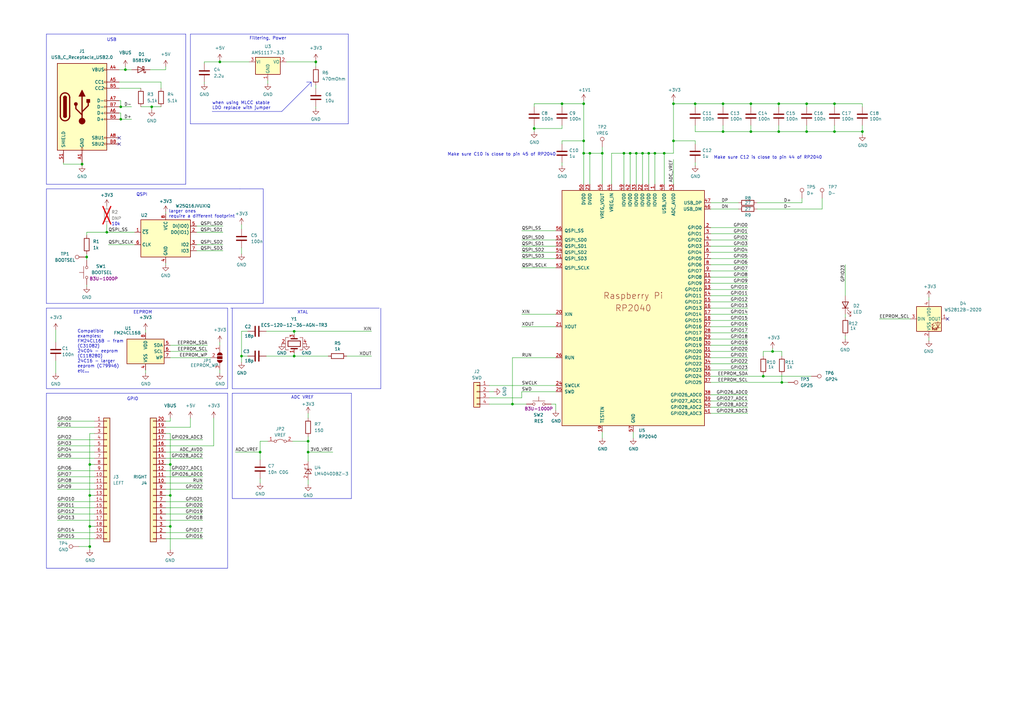
<source format=kicad_sch>
(kicad_sch (version 20231120) (generator "eeschema") (generator_version "8.0")
  (paper "A3")
  (junction (at 239.395 42.545))
  (junction (at 260.985 62.865))
  (junction (at 36.83 203.2))
  (junction (at 62.23 43.815))
  (junction (at 230.505 42.545))
  (junction (at 35.56 105.41))
  (junction (at 69.85 203.2))
  (junction (at 106.68 185.42))
  (junction (at 49.53 43.815))
  (junction (at 43.815 95.25))
  (junction (at 319.405 53.975))
  (junction (at 342.265 53.975))
  (junction (at 36.83 190.5))
  (junction (at 342.265 42.545))
  (junction (at 241.935 62.865))
  (junction (at 90.17 25.4))
  (junction (at 307.975 42.545))
  (junction (at 33.655 67.31))
  (junction (at 69.85 190.5))
  (junction (at 99.06 146.05))
  (junction (at 120.65 135.89))
  (junction (at 320.675 156.845))
  (junction (at 263.525 62.865))
  (junction (at 258.445 62.865))
  (junction (at 126.365 180.975))
  (junction (at 272.415 62.865))
  (junction (at 126.365 185.42))
  (junction (at 319.405 42.545))
  (junction (at 268.605 62.865))
  (junction (at 239.395 57.785))
  (junction (at 296.545 53.975))
  (junction (at 313.055 154.305))
  (junction (at 36.83 215.9))
  (junction (at 36.83 224.155))
  (junction (at 255.905 62.865))
  (junction (at 353.695 53.975))
  (junction (at 276.225 57.785))
  (junction (at 276.225 42.545))
  (junction (at 219.075 52.705))
  (junction (at 51.435 28.575))
  (junction (at 120.65 146.05))
  (junction (at 247.015 62.865))
  (junction (at 307.975 53.975))
  (junction (at 266.065 62.865))
  (junction (at 285.115 42.545))
  (junction (at 296.545 42.545))
  (junction (at 330.835 42.545))
  (junction (at 129.54 25.4))
  (junction (at 69.85 215.9))
  (junction (at 49.53 48.895))
  (junction (at 210.185 165.735))
  (junction (at 239.395 62.865))
  (junction (at 316.865 144.145))
  (junction (at 330.835 53.975))
  (no_connect (at 48.895 59.055))
  (no_connect (at 388.62 130.81))
  (no_connect (at 48.895 56.515))
  (wire (pts (xy 34.925 105.41) (xy 35.56 105.41)))
  (wire (pts (xy 330.835 53.975) (xy 319.405 53.975)))
  (wire (pts (xy 109.22 135.89) (xy 120.65 135.89)))
  (wire (pts (xy 316.865 144.145) (xy 313.055 144.145)))
  (polyline (pts (xy 98.425 77.47) (xy 19.05 77.47)))
  (wire (pts (xy 241.935 75.565) (xy 241.935 62.865)))
  (wire (pts (xy 342.265 51.435) (xy 342.265 53.975)))
  (polyline (pts (xy 19.05 161.29) (xy 19.05 233.045)))
  (polyline (pts (xy 19.05 233.045) (xy 93.345 233.045)))
  (wire (pts (xy 260.985 75.565) (xy 260.985 62.865)))
  (wire (pts (xy 67.945 218.44) (xy 83.185 218.44)))
  (wire (pts (xy 33.655 67.31) (xy 33.655 66.675)))
  (wire (pts (xy 319.405 53.975) (xy 307.975 53.975)))
  (wire (pts (xy 296.545 43.815) (xy 296.545 42.545)))
  (wire (pts (xy 307.975 43.815) (xy 307.975 42.545)))
  (wire (pts (xy 268.605 62.865) (xy 272.415 62.865)))
  (wire (pts (xy 381 139.7) (xy 381 138.43)))
  (wire (pts (xy 227.965 94.615) (xy 213.995 94.615)))
  (wire (pts (xy 36.83 190.5) (xy 36.83 203.2)))
  (wire (pts (xy 210.185 146.685) (xy 210.185 165.735)))
  (polyline (pts (xy 156.21 159.385) (xy 156.21 126.365)))
  (wire (pts (xy 49.53 41.275) (xy 48.895 41.275)))
  (wire (pts (xy 342.265 53.975) (xy 353.695 53.975)))
  (wire (pts (xy 32.385 224.155) (xy 36.83 224.155)))
  (wire (pts (xy 38.735 198.12) (xy 23.495 198.12)))
  (wire (pts (xy 230.505 43.815) (xy 230.505 42.545)))
  (wire (pts (xy 38.735 175.26) (xy 23.495 175.26)))
  (wire (pts (xy 260.985 62.865) (xy 263.525 62.865)))
  (wire (pts (xy 291.465 95.885) (xy 306.705 95.885)))
  (wire (pts (xy 35.56 95.25) (xy 43.815 95.25)))
  (wire (pts (xy 230.505 52.705) (xy 230.505 51.435)))
  (polyline (pts (xy 142.875 50.8) (xy 142.875 13.97)))
  (wire (pts (xy 91.44 95.25) (xy 80.645 95.25)))
  (wire (pts (xy 227.965 160.655) (xy 213.995 160.655)))
  (wire (pts (xy 67.945 200.66) (xy 83.185 200.66)))
  (wire (pts (xy 291.465 98.425) (xy 306.705 98.425)))
  (wire (pts (xy 33.655 67.945) (xy 33.655 67.31)))
  (wire (pts (xy 120.65 144.78) (xy 120.65 146.05)))
  (wire (pts (xy 342.265 42.545) (xy 353.695 42.545)))
  (wire (pts (xy 67.945 180.34) (xy 83.185 180.34)))
  (wire (pts (xy 67.945 185.42) (xy 83.185 185.42)))
  (wire (pts (xy 346.71 130.175) (xy 346.71 128.905)))
  (wire (pts (xy 38.735 213.36) (xy 23.495 213.36)))
  (wire (pts (xy 291.465 133.985) (xy 306.705 133.985)))
  (wire (pts (xy 67.945 205.74) (xy 83.185 205.74)))
  (polyline (pts (xy 95.25 204.47) (xy 144.145 204.47)))
  (wire (pts (xy 90.17 140.335) (xy 90.17 141.605)))
  (wire (pts (xy 38.735 200.66) (xy 23.495 200.66)))
  (wire (pts (xy 346.71 121.285) (xy 346.71 108.585)))
  (wire (pts (xy 59.69 135.255) (xy 59.69 136.525)))
  (wire (pts (xy 346.71 139.065) (xy 346.71 137.795)))
  (polyline (pts (xy 19.05 75.565) (xy 76.2 75.565)))
  (wire (pts (xy 230.505 42.545) (xy 239.395 42.545)))
  (wire (pts (xy 96.52 185.42) (xy 106.68 185.42)))
  (wire (pts (xy 90.17 24.765) (xy 90.17 25.4)))
  (wire (pts (xy 213.995 98.425) (xy 227.965 98.425)))
  (wire (pts (xy 67.945 175.26) (xy 78.105 175.26)))
  (wire (pts (xy 291.465 169.545) (xy 306.705 169.545)))
  (wire (pts (xy 291.465 156.845) (xy 320.675 156.845)))
  (wire (pts (xy 213.995 163.195) (xy 213.995 160.655)))
  (wire (pts (xy 319.405 51.435) (xy 319.405 53.975)))
  (wire (pts (xy 296.545 42.545) (xy 307.975 42.545)))
  (wire (pts (xy 291.465 93.345) (xy 306.705 93.345)))
  (wire (pts (xy 67.945 28.575) (xy 61.595 28.575)))
  (wire (pts (xy 353.695 42.545) (xy 353.695 43.815)))
  (wire (pts (xy 316.865 144.145) (xy 320.675 144.145)))
  (polyline (pts (xy 19.05 159.385) (xy 93.345 159.385)))
  (polyline (pts (xy 78.105 13.97) (xy 78.105 50.8)))
  (wire (pts (xy 99.06 104.14) (xy 99.06 101.6)))
  (wire (pts (xy 200.66 165.735) (xy 210.185 165.735)))
  (wire (pts (xy 83.82 33.655) (xy 83.82 34.29)))
  (wire (pts (xy 91.44 102.87) (xy 80.645 102.87)))
  (wire (pts (xy 91.44 92.71) (xy 80.645 92.71)))
  (polyline (pts (xy 86.995 45.72) (xy 115.57 45.72)))
  (wire (pts (xy 296.545 53.975) (xy 285.115 53.975)))
  (wire (pts (xy 67.945 203.2) (xy 69.85 203.2)))
  (wire (pts (xy 83.82 25.4) (xy 90.17 25.4)))
  (wire (pts (xy 219.075 52.705) (xy 219.075 53.975)))
  (wire (pts (xy 272.415 62.865) (xy 276.225 62.865)))
  (polyline (pts (xy 115.57 45.72) (xy 127.635 33.655)))
  (wire (pts (xy 35.56 95.25) (xy 35.56 96.52)))
  (wire (pts (xy 247.015 75.565) (xy 247.015 62.865)))
  (wire (pts (xy 120.015 180.975) (xy 126.365 180.975)))
  (wire (pts (xy 67.945 210.82) (xy 83.185 210.82)))
  (wire (pts (xy 320.675 144.145) (xy 320.675 146.05)))
  (wire (pts (xy 48.895 36.195) (xy 57.785 36.195)))
  (polyline (pts (xy 155.575 126.365) (xy 94.615 126.365)))
  (polyline (pts (xy 19.05 77.47) (xy 19.05 124.46)))
  (wire (pts (xy 120.65 135.89) (xy 120.65 137.16)))
  (wire (pts (xy 247.015 177.165) (xy 247.015 179.705)))
  (wire (pts (xy 285.115 42.545) (xy 296.545 42.545)))
  (wire (pts (xy 67.945 208.28) (xy 83.185 208.28)))
  (wire (pts (xy 67.945 195.58) (xy 83.185 195.58)))
  (wire (pts (xy 291.465 123.825) (xy 306.705 123.825)))
  (wire (pts (xy 276.225 65.405) (xy 276.225 75.565)))
  (wire (pts (xy 126.365 185.42) (xy 126.365 189.23)))
  (wire (pts (xy 200.66 163.195) (xy 213.995 163.195)))
  (wire (pts (xy 226.06 165.735) (xy 227.965 165.735)))
  (wire (pts (xy 285.115 43.815) (xy 285.115 42.545)))
  (wire (pts (xy 99.06 146.05) (xy 99.06 148.59)))
  (wire (pts (xy 276.225 41.275) (xy 276.225 42.545)))
  (polyline (pts (xy 93.345 126.365) (xy 19.05 126.365)))
  (wire (pts (xy 353.695 53.975) (xy 353.695 55.245)))
  (wire (pts (xy 67.945 213.36) (xy 83.185 213.36)))
  (wire (pts (xy 213.995 128.905) (xy 227.965 128.905)))
  (wire (pts (xy 291.465 85.725) (xy 302.895 85.725)))
  (wire (pts (xy 83.82 25.4) (xy 83.82 26.035)))
  (polyline (pts (xy 98.425 77.47) (xy 107.95 77.47)))
  (wire (pts (xy 126.365 169.545) (xy 126.365 171.45)))
  (wire (pts (xy 69.85 177.8) (xy 69.85 190.5)))
  (wire (pts (xy 291.465 136.525) (xy 306.705 136.525)))
  (wire (pts (xy 230.505 66.675) (xy 230.505 67.945)))
  (wire (pts (xy 258.445 62.865) (xy 260.985 62.865)))
  (wire (pts (xy 49.53 41.275) (xy 49.53 43.815)))
  (polyline (pts (xy 78.105 50.8) (xy 142.875 50.8)))
  (wire (pts (xy 126.365 198.755) (xy 126.365 196.85)))
  (wire (pts (xy 126.365 185.42) (xy 136.525 185.42)))
  (wire (pts (xy 250.825 62.865) (xy 255.905 62.865)))
  (wire (pts (xy 291.465 108.585) (xy 306.705 108.585)))
  (wire (pts (xy 67.945 187.96) (xy 83.185 187.96)))
  (wire (pts (xy 342.265 43.815) (xy 342.265 42.545)))
  (wire (pts (xy 106.68 185.42) (xy 106.68 188.595)))
  (wire (pts (xy 69.85 144.145) (xy 85.09 144.145)))
  (wire (pts (xy 38.735 220.98) (xy 23.495 220.98)))
  (wire (pts (xy 307.975 51.435) (xy 307.975 53.975)))
  (polyline (pts (xy 19.05 126.365) (xy 19.05 159.385)))
  (wire (pts (xy 219.075 52.705) (xy 230.505 52.705)))
  (wire (pts (xy 67.945 215.9) (xy 69.85 215.9)))
  (wire (pts (xy 99.06 135.89) (xy 99.06 146.05)))
  (wire (pts (xy 276.225 57.785) (xy 276.225 62.865)))
  (polyline (pts (xy 144.145 161.29) (xy 95.25 161.29)))
  (wire (pts (xy 38.735 190.5) (xy 36.83 190.5)))
  (polyline (pts (xy 19.05 13.97) (xy 19.05 75.565)))
  (wire (pts (xy 69.85 203.2) (xy 69.85 215.9)))
  (wire (pts (xy 291.465 111.125) (xy 306.705 111.125)))
  (wire (pts (xy 78.105 175.26) (xy 78.105 171.45)))
  (wire (pts (xy 285.115 66.675) (xy 285.115 67.945)))
  (wire (pts (xy 38.735 205.74) (xy 23.495 205.74)))
  (wire (pts (xy 129.54 34.925) (xy 129.54 36.195)))
  (wire (pts (xy 247.015 62.865) (xy 241.935 62.865)))
  (wire (pts (xy 291.465 103.505) (xy 306.705 103.505)))
  (wire (pts (xy 49.53 43.815) (xy 48.895 43.815)))
  (wire (pts (xy 227.965 109.855) (xy 213.995 109.855)))
  (wire (pts (xy 266.065 75.565) (xy 266.065 62.865)))
  (wire (pts (xy 69.85 215.9) (xy 69.85 225.425)))
  (wire (pts (xy 263.525 62.865) (xy 266.065 62.865)))
  (wire (pts (xy 38.735 193.04) (xy 23.495 193.04)))
  (wire (pts (xy 49.53 46.355) (xy 49.53 48.895)))
  (wire (pts (xy 210.185 165.735) (xy 215.9 165.735)))
  (wire (pts (xy 291.465 149.225) (xy 306.705 149.225)))
  (wire (pts (xy 69.85 172.72) (xy 69.85 171.45)))
  (wire (pts (xy 43.815 95.25) (xy 55.245 95.25)))
  (wire (pts (xy 99.06 92.075) (xy 99.06 93.98)))
  (wire (pts (xy 142.24 146.05) (xy 152.4 146.05)))
  (wire (pts (xy 126.365 180.975) (xy 126.365 185.42)))
  (wire (pts (xy 291.465 100.965) (xy 306.705 100.965)))
  (wire (pts (xy 291.465 164.465) (xy 306.705 164.465)))
  (wire (pts (xy 38.735 218.44) (xy 23.495 218.44)))
  (wire (pts (xy 259.715 177.165) (xy 259.715 179.705)))
  (wire (pts (xy 38.735 203.2) (xy 36.83 203.2)))
  (wire (pts (xy 91.44 100.33) (xy 80.645 100.33)))
  (wire (pts (xy 22.86 135.255) (xy 22.86 140.335)))
  (wire (pts (xy 276.225 42.545) (xy 276.225 57.785)))
  (wire (pts (xy 129.54 43.815) (xy 129.54 44.45)))
  (wire (pts (xy 35.56 106.68) (xy 35.56 105.41)))
  (wire (pts (xy 291.465 167.005) (xy 306.705 167.005)))
  (wire (pts (xy 291.465 144.145) (xy 306.705 144.145)))
  (wire (pts (xy 313.055 154.305) (xy 313.055 153.67)))
  (wire (pts (xy 291.465 116.205) (xy 306.705 116.205)))
  (wire (pts (xy 291.465 146.685) (xy 306.705 146.685)))
  (wire (pts (xy 381 121.92) (xy 381 123.19)))
  (wire (pts (xy 51.435 28.575) (xy 53.975 28.575)))
  (wire (pts (xy 202.565 160.655) (xy 200.66 160.655)))
  (wire (pts (xy 129.54 24.765) (xy 129.54 25.4)))
  (wire (pts (xy 319.405 43.815) (xy 319.405 42.545)))
  (wire (pts (xy 291.465 121.285) (xy 306.705 121.285)))
  (polyline (pts (xy 144.145 204.47) (xy 144.145 161.29)))
  (wire (pts (xy 213.995 106.045) (xy 227.965 106.045)))
  (wire (pts (xy 69.85 190.5) (xy 69.85 203.2)))
  (wire (pts (xy 313.055 154.305) (xy 332.74 154.305)))
  (wire (pts (xy 291.465 141.605) (xy 306.705 141.605)))
  (wire (pts (xy 90.17 153.035) (xy 90.17 151.765)))
  (polyline (pts (xy 93.345 233.045) (xy 93.345 161.29)))
  (wire (pts (xy 330.835 42.545) (xy 342.265 42.545)))
  (wire (pts (xy 67.945 182.88) (xy 87.63 182.88)))
  (wire (pts (xy 319.405 42.545) (xy 330.835 42.545)))
  (wire (pts (xy 69.85 141.605) (xy 85.09 141.605)))
  (wire (pts (xy 59.69 153.035) (xy 59.69 151.765)))
  (wire (pts (xy 43.815 92.075) (xy 43.815 95.25)))
  (wire (pts (xy 328.93 81.28) (xy 328.93 83.185)))
  (wire (pts (xy 296.545 51.435) (xy 296.545 53.975)))
  (wire (pts (xy 69.85 146.685) (xy 86.36 146.685)))
  (polyline (pts (xy 142.875 13.97) (xy 78.105 13.97)))
  (wire (pts (xy 48.895 33.655) (xy 66.04 33.655)))
  (wire (pts (xy 263.525 75.565) (xy 263.525 62.865)))
  (polyline (pts (xy 93.345 159.385) (xy 93.345 126.365)))
  (wire (pts (xy 62.23 43.815) (xy 66.04 43.815)))
  (wire (pts (xy 250.825 75.565) (xy 250.825 62.865)))
  (wire (pts (xy 117.475 25.4) (xy 129.54 25.4)))
  (wire (pts (xy 67.945 108.585) (xy 67.945 107.95)))
  (wire (pts (xy 291.465 151.765) (xy 306.705 151.765)))
  (wire (pts (xy 126.365 179.07) (xy 126.365 180.975)))
  (wire (pts (xy 67.945 198.12) (xy 83.185 198.12)))
  (wire (pts (xy 66.04 36.195) (xy 66.04 33.655)))
  (wire (pts (xy 230.505 57.785) (xy 239.395 57.785)))
  (wire (pts (xy 213.995 103.505) (xy 227.965 103.505)))
  (wire (pts (xy 373.38 130.81) (xy 360.68 130.81)))
  (wire (pts (xy 247.015 60.325) (xy 247.015 62.865)))
  (wire (pts (xy 316.865 142.875) (xy 316.865 144.145)))
  (wire (pts (xy 330.835 51.435) (xy 330.835 53.975)))
  (wire (pts (xy 285.115 59.055) (xy 285.115 57.785)))
  (polyline (pts (xy 19.05 124.46) (xy 107.95 124.46)))
  (wire (pts (xy 67.945 86.995) (xy 67.945 87.63)))
  (polyline (pts (xy 125.73 33.655) (xy 127.635 33.655)))
  (wire (pts (xy 272.415 75.565) (xy 272.415 62.865)))
  (polyline (pts (xy 93.345 161.29) (xy 19.05 161.29)))
  (wire (pts (xy 35.56 117.475) (xy 35.56 116.84)))
  (wire (pts (xy 313.055 144.145) (xy 313.055 146.05)))
  (wire (pts (xy 291.465 131.445) (xy 306.705 131.445)))
  (wire (pts (xy 227.965 133.985) (xy 213.995 133.985)))
  (wire (pts (xy 353.695 51.435) (xy 353.695 53.975)))
  (wire (pts (xy 210.185 146.685) (xy 227.965 146.685)))
  (wire (pts (xy 276.225 57.785) (xy 285.115 57.785)))
  (wire (pts (xy 67.945 172.72) (xy 69.85 172.72)))
  (wire (pts (xy 219.075 43.815) (xy 219.075 42.545)))
  (wire (pts (xy 200.66 158.115) (xy 227.965 158.115)))
  (wire (pts (xy 49.53 48.895) (xy 53.975 48.895)))
  (wire (pts (xy 49.53 46.355) (xy 48.895 46.355)))
  (wire (pts (xy 36.83 203.2) (xy 36.83 215.9)))
  (wire (pts (xy 342.265 53.975) (xy 330.835 53.975)))
  (wire (pts (xy 38.735 177.8) (xy 36.83 177.8)))
  (wire (pts (xy 48.895 28.575) (xy 51.435 28.575)))
  (wire (pts (xy 241.935 62.865) (xy 239.395 62.865)))
  (wire (pts (xy 36.83 224.155) (xy 36.83 225.425)))
  (wire (pts (xy 106.68 180.975) (xy 106.68 185.42)))
  (wire (pts (xy 51.435 27.305) (xy 51.435 28.575)))
  (wire (pts (xy 35.56 105.41) (xy 35.56 104.14)))
  (wire (pts (xy 106.68 198.12) (xy 106.68 196.215)))
  (polyline (pts (xy 107.95 124.46) (xy 107.95 77.47)))
  (wire (pts (xy 230.505 59.055) (xy 230.505 57.785)))
  (wire (pts (xy 255.905 75.565) (xy 255.905 62.865)))
  (wire (pts (xy 67.945 177.8) (xy 69.85 177.8)))
  (wire (pts (xy 120.65 146.05) (xy 134.62 146.05)))
  (wire (pts (xy 49.53 48.895) (xy 48.895 48.895)))
  (wire (pts (xy 213.995 100.965) (xy 227.965 100.965)))
  (wire (pts (xy 268.605 62.865) (xy 268.605 75.565)))
  (wire (pts (xy 291.465 139.065) (xy 306.705 139.065)))
  (wire (pts (xy 337.185 81.28) (xy 337.185 85.725)))
  (wire (pts (xy 26.035 66.675) (xy 26.035 67.31)))
  (wire (pts (xy 109.855 33.02) (xy 109.855 34.29)))
  (wire (pts (xy 258.445 75.565) (xy 258.445 62.865)))
  (wire (pts (xy 38.735 182.88) (xy 23.495 182.88)))
  (wire (pts (xy 67.945 190.5) (xy 69.85 190.5)))
  (wire (pts (xy 38.735 185.42) (xy 23.495 185.42)))
  (wire (pts (xy 38.735 215.9) (xy 36.83 215.9)))
  (wire (pts (xy 67.945 220.98) (xy 83.185 220.98)))
  (wire (pts (xy 38.735 210.82) (xy 23.495 210.82)))
  (wire (pts (xy 22.86 153.035) (xy 22.86 147.955)))
  (wire (pts (xy 291.465 126.365) (xy 306.705 126.365)))
  (wire (pts (xy 330.835 43.815) (xy 330.835 42.545)))
  (wire (pts (xy 101.6 135.89) (xy 99.06 135.89)))
  (polyline (pts (xy 127.635 33.655) (xy 127.635 35.56)))
  (wire (pts (xy 38.735 208.28) (xy 23.495 208.28)))
  (wire (pts (xy 38.735 180.34) (xy 23.495 180.34)))
  (wire (pts (xy 255.905 62.865) (xy 258.445 62.865)))
  (wire (pts (xy 291.465 113.665) (xy 306.705 113.665)))
  (wire (pts (xy 239.395 57.785) (xy 239.395 62.865)))
  (wire (pts (xy 129.54 25.4) (xy 129.54 27.305)))
  (wire (pts (xy 87.63 182.88) (xy 87.63 171.45)))
  (wire (pts (xy 307.975 53.975) (xy 296.545 53.975)))
  (wire (pts (xy 67.945 193.04) (xy 83.185 193.04)))
  (wire (pts (xy 291.465 154.305) (xy 313.055 154.305)))
  (wire (pts (xy 38.735 195.58) (xy 23.495 195.58)))
  (wire (pts (xy 49.53 43.815) (xy 53.975 43.815)))
  (wire (pts (xy 219.075 42.545) (xy 230.505 42.545)))
  (wire (pts (xy 291.465 106.045) (xy 306.705 106.045)))
  (wire (pts (xy 109.22 146.05) (xy 120.65 146.05)))
  (wire (pts (xy 219.075 51.435) (xy 219.075 52.705)))
  (wire (pts (xy 38.735 172.72) (xy 23.495 172.72)))
  (wire (pts (xy 285.115 51.435) (xy 285.115 53.975)))
  (wire (pts (xy 291.465 161.925) (xy 306.705 161.925)))
  (wire (pts (xy 291.465 118.745) (xy 306.705 118.745)))
  (wire (pts (xy 44.45 100.33) (xy 55.245 100.33)))
  (wire (pts (xy 36.83 215.9) (xy 36.83 224.155)))
  (wire (pts (xy 120.65 135.89) (xy 152.4 135.89)))
  (wire (pts (xy 26.035 67.31) (xy 33.655 67.31)))
  (wire (pts (xy 90.17 25.4) (xy 102.235 25.4)))
  (wire (pts (xy 101.6 146.05) (xy 99.06 146.05)))
  (wire (pts (xy 62.23 45.085) (xy 62.23 43.815)))
  (polyline (pts (xy 95.25 126.365) (xy 95.25 159.385)))
  (wire (pts (xy 239.395 41.275) (xy 239.395 42.545)))
  (wire (pts (xy 276.225 42.545) (xy 285.115 42.545)))
  (polyline (pts (xy 95.25 159.385) (xy 156.21 159.385)))
  (wire (pts (xy 38.735 187.96) (xy 23.495 187.96)))
  (wire (pts (xy 239.395 42.545) (xy 239.395 57.785)))
  (polyline (pts (xy 76.2 75.565) (xy 76.2 13.97)))
  (wire (pts (xy 310.515 85.725) (xy 337.185 85.725)))
  (wire (pts (xy 36.83 177.8) (xy 36.83 190.5)))
  (wire (pts (xy 291.465 128.905) (xy 306.705 128.905)))
  (wire (pts (xy 106.68 180.975) (xy 109.855 180.975)))
  (wire (pts (xy 310.515 83.185) (xy 328.93 83.185)))
  (wire (pts (xy 239.395 62.865) (xy 239.395 75.565)))
  (wire (pts (xy 307.975 42.545) (xy 319.405 42.545)))
  (wire (pts (xy 57.785 43.815) (xy 62.23 43.815)))
  (polyline (pts (xy 95.25 161.29) (xy 95.25 204.47)))
  (wire (pts (xy 320.675 156.845) (xy 323.215 156.845)))
  (wire (pts (xy 291.465 83.185) (xy 302.895 83.185)))
  (wire (pts (xy 266.065 62.865) (xy 268.605 62.865)))
  (wire (pts (xy 320.675 156.845) (xy 320.675 153.67)))
  (wire (pts (xy 227.965 165.735) (xy 227.965 168.275)))
  (wire (pts (xy 67.945 27.305) (xy 67.945 28.575)))
  (polyline (pts (xy 76.2 13.97) (xy 19.05 13.97)))
  (text "Filtering, Power" (at 102.235 16.51 0) (effects (font (size 1.27 1.27)) (justify left bottom)))
  (text "ADC VREF" (at 119.38 163.83 0) (effects (font (size 1.27 1.27)) (justify left bottom)))
  (text "USB" (at 43.815 17.145 0) (effects (font (size 1.27 1.27)) (justify left bottom)))
  (text "when using MLCC stable\nLDO replace with jumper" (at 86.995 45.085 0) (effects (font (size 1.27 1.27)) (justify left bottom)))
  (text "Compatible\nexamples:\nFM24CL16B - fram\n(C31082)\n24C04 - eeprom\n(C118280)\n24C16 - larger\neeprom (C79946)\netc..." (at 31.75 153.035 0) (effects (font (size 1.27 1.27)) (justify left bottom)))
  (text "Make sure C12 is close to pin 44 of RP2040" (at 292.735 65.405 0) (effects (font (size 1.27 1.27)) (justify left bottom)))
  (text "GPIO" (at 52.07 164.465 0) (effects (font (size 1.27 1.27)) (justify left bottom)))
  (text "Make sure C10 is close to pin 45 of RP2040" (at 183.515 64.135 0) (effects (font (size 1.27 1.27)) (justify left bottom)))
  (text "10k" (at 45.72 92.71 0) (effects (font (size 1.27 1.27)) (justify left bottom)))
  (text "EEPROM" (at 54.61 128.905 0) (effects (font (size 1.27 1.27)) (justify left bottom)))
  (text "larger ones\nrequire a different footprint" (at 69.215 89.535 0) (effects (font (size 1.27 1.27)) (justify left bottom)))
  (text "XTAL" (at 121.92 128.905 0) (effects (font (size 1.27 1.27)) (justify left bottom)))
  (text "QSPI" (at 55.88 80.645 0) (effects (font (size 1.27 1.27)) (justify left bottom)))
  (label "GPIO26_ADC0" (at 83.185 195.58 180))
  (label "GPIO6" (at 306.705 108.585 180))
  (label "GPIO23" (at 306.705 151.765 180))
  (label "GPIO0" (at 23.495 172.72 0))
  (label "GPIO27_ADC1" (at 83.185 193.04 180))
  (label "GPIO27_ADC1" (at 306.705 164.465 180))
  (label "GPIO2" (at 23.495 180.34 0))
  (label "GPIO16" (at 306.705 133.985 180))
  (label "QSPI_SD0" (at 91.44 92.71 180))
  (label "DN" (at 295.91 85.725 0) (property "Netclass" "diif_usb" (effects (hide yes))))
  (label "GPIO21" (at 306.705 146.685 180))
  (label "GPIO9" (at 306.705 116.205 180))
  (label "3V0_VREF" (at 136.525 185.42 180))
  (label "GPIO9" (at 23.495 200.66 0))
  (label "GPIO20" (at 83.185 208.28 180))
  (label "GPIO18" (at 306.705 139.065 180))
  (label "EEPROM_SDA" (at 306.705 154.305 180))
  (label "QSPI_SCLK" (at 44.45 100.33 0))
  (label "GPIO1" (at 306.705 95.885 180))
  (label "XOUT" (at 152.4 146.05 180))
  (label "GPIO7" (at 23.495 195.58 0))
  (label "GPIO6" (at 23.495 193.04 0))
  (label "QSPI_SD2" (at 91.44 100.33 180))
  (label "QSPI_SD1" (at 91.44 95.25 180))
  (label "QSPI_SD1" (at 213.995 100.965 0))
  (label "GPIO11" (at 23.495 208.28 0))
  (label "ADC_AVDD" (at 83.185 185.42 180))
  (label "GPIO2" (at 306.705 98.425 180))
  (label "GPIO0" (at 306.705 93.345 180))
  (label "GPIO17" (at 83.185 218.44 180))
  (label "EEPROM_SDA" (at 85.09 141.605 180))
  (label "GPIO26_ADC0" (at 306.705 161.925 180))
  (label "GPIO4" (at 306.705 103.505 180))
  (label "GPIO3" (at 23.495 182.88 0))
  (label "XIN" (at 152.4 135.89 180))
  (label "GPIO14" (at 23.495 218.44 0))
  (label "GPIO23" (at 346.71 108.585 270))
  (label "GPIO22" (at 306.705 149.225 180))
  (label "GPIO15" (at 306.705 131.445 180))
  (label "GPIO4" (at 23.495 185.42 0))
  (label "GPIO29_ADC3" (at 83.185 180.34 180))
  (label "GPIO5" (at 23.495 187.96 0))
  (label "QSPI_SS" (at 213.995 94.615 0))
  (label "GPIO8" (at 23.495 198.12 0))
  (label "D+" (at 53.975 48.895 180) (property "Netclass" "diif_usb" (effects (hide yes))))
  (label "EEPROM_SCL" (at 360.68 130.81 0))
  (label "QSPI_SD2" (at 213.995 103.505 0))
  (label "DP" (at 295.91 83.185 0) (property "Netclass" "diif_usb" (effects (hide yes))))
  (label "D-" (at 53.975 43.815 180) (property "Netclass" "diif_usb" (effects (hide yes))))
  (label "GPIO10" (at 306.705 118.745 180))
  (label "GPIO21" (at 83.185 205.74 180))
  (label "GPIO13" (at 306.705 126.365 180))
  (label "GPIO11" (at 306.705 121.285 180))
  (label "RUN" (at 83.185 198.12 180))
  (label "QSPI_SD0" (at 213.995 98.425 0))
  (label "GPIO16" (at 83.185 220.98 180))
  (label "QSPI_SD3" (at 91.44 102.87 180))
  (label "GPIO18" (at 83.185 213.36 180))
  (label "QSPI_SD3" (at 213.995 106.045 0))
  (label "XIN" (at 213.995 128.905 0))
  (label "GPIO15" (at 23.495 220.98 0))
  (label "GPIO1" (at 23.495 175.26 0))
  (label "XOUT" (at 213.995 133.985 0))
  (label "ADC_VREF" (at 276.225 65.405 270))
  (label "EEPROM_SCL" (at 85.09 144.145 180))
  (label "GPIO17" (at 306.705 136.525 180))
  (label "GPIO19" (at 306.705 141.605 180))
  (label "GPIO29_ADC3" (at 306.705 169.545 180))
  (label "SWCLK" (at 213.995 158.115 0))
  (label "GPIO3" (at 306.705 100.965 180))
  (label "EEPROM_WP" (at 85.09 146.685 180))
  (label "GPIO28_ADC2" (at 83.185 187.96 180))
  (label "GPIO20" (at 306.705 144.145 180))
  (label "D-" (at 324.485 85.725 180))
  (label "QSPI_SS" (at 44.45 95.25 0))
  (label "ADC_VREF" (at 96.52 185.42 0))
  (label "GPIO22" (at 83.185 200.66 180))
  (label "RUN" (at 213.995 146.685 0))
  (label "D+" (at 324.485 83.185 180))
  (label "GPIO12" (at 23.495 210.82 0))
  (label "GPIO8" (at 306.705 113.665 180))
  (label "GPIO12" (at 306.705 123.825 180))
  (label "QSPI_SCLK" (at 213.995 109.855 0))
  (label "EEPROM_SCL" (at 306.705 156.845 180))
  (label "GPIO28_ADC2" (at 306.705 167.005 180))
  (label "GPIO5" (at 306.705 106.045 180))
  (label "SWD" (at 213.995 160.655 0))
  (label "GPIO14" (at 306.705 128.905 180))
  (label "GPIO10" (at 23.495 205.74 0))
  (label "GPIO19" (at 83.185 210.82 180))
  (label "GPIO13" (at 23.495 213.36 0))
  (label "GPIO7" (at 306.705 111.125 180))
  (symbol (lib_id "Device:C") (at 330.835 47.625 0) (unit 1)
    (property "Reference" "C16" (at 333.756 46.4566 0) (effects (justify left)))
    (property "Value" "100n" (at 333.756 48.768 0) (effects (justify left)))
    (property "Footprint" "Capacitor_SMD:C_0402_1005Metric" (effects (hide yes)))
    (property "LCSC" "C77020" (effects (hide yes)))
    (property "P/N" "GRM155R71H104KE14D" (effects (hide yes)))
  )
  (symbol (lib_id "Device:C") (at 129.54 40.005 0) (mirror y) (unit 1)
    (property "Reference" "C6" (at 133.35 38.7349 0) (effects (justify right)))
    (property "Value" "10u" (at 133.35 41.2749 0) (effects (justify right)))
    (property "Footprint" "Capacitor_SMD:C_0805_2012Metric_Pad1.18x1.45mm_HandSolder" (effects (hide yes)))
    (property "LCSC" "C162422" (effects (hide yes)))
    (property "P/N" "GRM21BR6YA106KE43L" (effects (hide yes)))
  )
  (symbol (lib_id "Connector:TestPoint") (at 332.74 154.305 270) (unit 1)
    (property "Reference" "TP6" (at 338.455 153.035 90) (effects (justify left)))
    (property "Value" "GP24" (at 338.455 155.575 90) (effects (justify left)))
    (property "Footprint" "TestPoint:TestPoint_Pad_1.5x1.5mm" (effects (hide yes)))
  )
  (symbol (lib_id "power:GND") (at 202.565 160.655 90) (unit 1)
    (property "Reference" "#PWR028" (effects (hide yes)))
    (property "Value" "GND" (at 206.9592 160.528 0))
  )
  (symbol (lib_id "power:+5V") (at 67.945 27.305 0) (unit 1)
    (property "Reference" "#PWR017" (effects (hide yes)))
    (property "Value" "+5V" (at 67.945 22.225 0))
  )
  (symbol (lib_id "power:+3V3") (at 22.86 135.255 0) (unit 1)
    (property "Reference" "#PWR03" (effects (hide yes)))
    (property "Value" "+3V3" (at 22.86 130.175 0))
  )
  (symbol (lib_id "Device:C") (at 285.115 47.625 0) (unit 1)
    (property "Reference" "C11" (at 288.036 46.4566 0) (effects (justify left)))
    (property "Value" "100n" (at 288.036 48.768 0) (effects (justify left)))
    (property "Footprint" "Capacitor_SMD:C_0402_1005Metric" (effects (hide yes)))
    (property "LCSC" "C77020" (effects (hide yes)))
    (property "P/N" "GRM155R71H104KE14D" (effects (hide yes)))
  )
  (symbol (lib_id "power:GND") (at 83.82 34.29 0) (unit 1)
    (property "Reference" "#PWR011" (effects (hide yes)))
    (property "Value" "GND" (at 83.82 38.735 0))
  )
  (symbol (lib_id "Device:LED") (at 346.71 125.095 90) (unit 1)
    (property "Reference" "D2" (at 349.885 125.4125 90) (effects (justify right)))
    (property "Value" "LED" (at 349.885 127.9525 90) (effects (justify right)))
    (property "Footprint" "LED_SMD:LED_0603_1608Metric_Pad1.05x0.95mm_HandSolder" (effects (hide yes)))
    (property "LCSC" "C434425" (effects (hide yes)))
    (property "P/N" "SZYY0603O" (effects (hide yes)))
  )
  (symbol (lib_id "power:GND") (at 126.365 198.755 0) (unit 1)
    (property "Reference" "#PWR027" (effects (hide yes)))
    (property "Value" "GND" (at 126.365 203.2 0))
  )
  (symbol (lib_id "Connector:TestPoint") (at 337.185 81.28 0) (unit 1)
    (property "Reference" "TP7" (at 339.725 76.708 0) (effects (justify left)))
    (property "Value" "D-" (at 339.725 79.248 0) (effects (justify left)))
    (property "Footprint" "TestPoint:TestPoint_Pad_1.5x1.5mm" (effects (hide yes)))
  )
  (symbol (lib_id "power:GND") (at 346.71 139.065 0) (mirror y) (unit 1)
    (property "Reference" "#PWR039" (effects (hide yes)))
    (property "Value" "GND" (at 346.583 143.4592 0))
  )
  (symbol (lib_id "power:+5V") (at 78.105 171.45 0) (unit 1)
    (property "Reference" "#PWR044" (effects (hide yes)))
    (property "Value" "+5V" (at 78.105 166.37 0))
  )
  (symbol (lib_id "power:+3V3") (at 90.17 140.335 0) (unit 1)
    (property "Reference" "#PWR021" (effects (hide yes)))
    (property "Value" "+3V3" (at 90.17 135.255 0))
  )
  (symbol (lib_id "power:+3V3") (at 126.365 169.545 0) (unit 1)
    (property "Reference" "#PWR026" (effects (hide yes)))
    (property "Value" "+3V3" (at 126.365 165.735 0))
  )
  (symbol (lib_id "power:GND") (at 129.54 44.45 0) (unit 1)
    (property "Reference" "#PWR024" (effects (hide yes)))
    (property "Value" "GND" (at 129.54 48.895 0))
  )
  (symbol (lib_id "Device:Crystal_GND24") (at 120.65 140.97 90) (unit 1)
    (property "Reference" "Y1" (at 120.65 130.81 90))
    (property "Value" "ECS-120-12-36-AGN-TR3" (at 120.65 133.35 90))
    (property "Footprint" "Crystal:Crystal_SMD_2520-4Pin_2.5x2.0mm" (effects (hide yes)))
    (property "LCSC" "C284155" (effects (hide yes)))
    (property "P/N" "TXM12M0004252FBCEO00T" (effects (hide yes)))
  )
  (symbol (lib_id "Device:C") (at 307.975 47.625 0) (unit 1)
    (property "Reference" "C14" (at 310.896 46.4566 0) (effects (justify left)))
    (property "Value" "100n" (at 310.896 48.768 0) (effects (justify left)))
    (property "Footprint" "Capacitor_SMD:C_0402_1005Metric" (effects (hide yes)))
    (property "LCSC" "C77020" (effects (hide yes)))
    (property "P/N" "GRM155R71H104KE14D" (effects (hide yes)))
  )
  (symbol (lib_id "Device:C") (at 319.405 47.625 0) (unit 1)
    (property "Reference" "C15" (at 322.326 46.4566 0) (effects (justify left)))
    (property "Value" "100n" (at 322.326 48.768 0) (effects (justify left)))
    (property "Footprint" "Capacitor_SMD:C_0402_1005Metric" (effects (hide yes)))
    (property "LCSC" "C77020" (effects (hide yes)))
    (property "P/N" "GRM155R71H104KE14D" (effects (hide yes)))
  )
  (symbol (lib_id "power:GND") (at 69.85 225.425 0) (mirror y) (unit 1)
    (property "Reference" "#PWR043" (effects (hide yes)))
    (property "Value" "GND" (at 69.723 229.8192 0))
  )
  (symbol (lib_id "Connector:TestPoint") (at 323.215 156.845 270) (unit 1)
    (property "Reference" "TP3" (at 328.295 155.575 90) (effects (justify left)))
    (property "Value" "GP25" (at 328.295 158.115 90) (effects (justify left)))
    (property "Footprint" "TestPoint:TestPoint_Pad_1.5x1.5mm" (effects (hide yes)))
  )
  (symbol (lib_id "power:+5V") (at 90.17 24.765 0) (unit 1)
    (property "Reference" "#PWR012" (effects (hide yes)))
    (property "Value" "+5V" (at 90.17 19.685 0))
  )
  (symbol (lib_id "power:GND") (at 62.23 45.085 0) (unit 1)
    (property "Reference" "#PWR016" (effects (hide yes)))
    (property "Value" "GND" (at 62.23 49.53 0))
  )
  (symbol (lib_id "power:GND") (at 125.73 140.97 0) (unit 1)
    (property "Reference" "#PWR015" (effects (hide yes)))
    (property "Value" "GND" (at 125.73 144.78 0))
  )
  (symbol (lib_id "Jumper:SolderJumper_3_Open") (at 90.17 146.685 270) (unit 1)
    (property "Reference" "JP1" (at 83.185 147.955 90) (effects (justify left)))
    (property "Value" "EEPROM_WP" (at 78.105 149.86 90) (effects (justify left)))
    (property "Footprint" "Jumper:SolderJumper-3_P2.0mm_Open_TrianglePad1.0x1.5mm" (effects (hide yes)))
  )
  (symbol (lib_id "Device:C") (at 230.505 62.865 0) (unit 1)
    (property "Reference" "C10" (at 233.426 61.6966 0) (effects (justify left)))
    (property "Value" "1u" (at 233.426 64.008 0) (effects (justify left)))
    (property "Footprint" "Capacitor_SMD:C_0402_1005Metric" (effects (hide yes)))
    (property "LCSC" "C77009" (effects (hide yes)))
    (property "P/N" "GRM155R61E105KA12D" (effects (hide yes)))
  )
  (symbol (lib_id "power:+3V3") (at 129.54 24.765 0) (unit 1)
    (property "Reference" "#PWR023" (effects (hide yes)))
    (property "Value" "+3V3" (at 129.54 19.685 0))
  )
  (symbol (lib_id "Device:R") (at 43.815 88.265 0) (unit 1) (dnp yes)
    (property "Reference" "R2" (at 45.72 86.995 0) (effects (justify left)))
    (property "Value" "DNP" (at 45.72 89.535 0) (effects (justify left)))
    (property "Footprint" "Resistor_SMD:R_0402_1005Metric_Pad0.72x0.64mm_HandSolder" (effects (hide yes)))
  )
  (symbol (lib_id "power:+3V3") (at 316.865 142.875 0) (unit 1)
    (property "Reference" "#PWR037" (effects (hide yes)))
    (property "Value" "+3V3" (at 317.246 138.4808 0))
  )
  (symbol (lib_id "Device:C") (at 99.06 97.79 0) (unit 1)
    (property "Reference" "C5" (at 102.87 96.5199 0) (effects (justify left)))
    (property "Value" "100n" (at 102.87 99.0599 0) (effects (justify left)))
    (property "Footprint" "Capacitor_SMD:C_0402_1005Metric_Pad0.74x0.62mm_HandSolder" (effects (hide yes)))
    (property "LCSC" "C77020" (effects (hide yes)))
    (property "P/N" "GRM155R71H104KE14D" (effects (hide yes)))
  )
  (symbol (lib_id "power:GND") (at 33.655 67.945 0) (unit 1)
    (property "Reference" "#PWR01" (effects (hide yes)))
    (property "Value" "GND" (at 33.655 72.39 0))
  )
  (symbol (lib_id "MCU_RaspberryPi_RP2040:RP2040") (at 259.715 126.365 0) (unit 1)
    (property "Reference" "U5" (at 261.9091 176.53 0) (effects (justify left)))
    (property "Value" "RP2040" (at 261.9091 179.07 0) (effects (justify left)))
    (property "Footprint" "RP2040:RP2040-QFN-56" (effects (hide yes)))
    (property "LCSC" "C2040" (effects (hide yes)))
    (property "P/N" "RP2040" (effects (hide yes)))
  )
  (symbol (lib_id "Device:D_Schottky") (at 57.785 28.575 180) (unit 1)
    (property "Reference" "D1" (at 58.1025 22.225 0))
    (property "Value" "B5819W" (at 58.1025 24.765 0))
    (property "Footprint" "Diode_SMD:D_SOD-123" (effects (hide yes)))
    (property "LCSC" "C552930" (effects (hide yes)))
    (property "P/N" "PMEG6010CEGWJ" (effects (hide yes)))
  )
  (symbol (lib_id "Device:R") (at 66.04 40.005 0) (unit 1)
    (property "Reference" "R4" (at 68.58 38.7349 0) (effects (justify left)))
    (property "Value" "5.1k" (at 68.58 41.2749 0) (effects (justify left)))
    (property "Footprint" "Resistor_SMD:R_0402_1005Metric_Pad0.72x0.64mm_HandSolder" (effects (hide yes)))
    (property "LCSC" "C105873" (effects (hide yes)))
    (property "P/N" "RC0402JR-075K1" (effects (hide yes)))
  )
  (symbol (lib_id "power:+3V3") (at 43.815 84.455 0) (unit 1)
    (property "Reference" "#PWR06" (effects (hide yes)))
    (property "Value" "+3V3" (at 43.815 80.01 0))
  )
  (symbol (lib_id "power:VBUS") (at 69.85 171.45 0) (unit 1)
    (property "Reference" "#PWR042" (effects (hide yes)))
    (property "Value" "VBUS" (at 69.85 166.37 0))
  )
  (symbol (lib_id "Switch:SW_Push") (at 35.56 111.76 90) (unit 1)
    (property "Reference" "SW1" (at 39.37 109.22 90) (effects (justify right)))
    (property "Value" "BOOTSEL" (at 37.465 111.76 90) (effects (justify right)))
    (property "Footprint" "Button_Switch_SMD:SW_SPST_B3U-1000P" (effects (hide yes)))
    (property "LCSC" "C231329" (effects (hide yes)))
    (property "P/N" "B3U-1000P" (at 42.545 114.3 90))
  )
  (symbol (lib_id "Device:C") (at 106.68 192.405 0) (unit 1)
    (property "Reference" "C7" (at 109.855 191.135 0) (effects (justify left)))
    (property "Value" "10n C0G" (at 109.855 193.675 0) (effects (justify left)))
    (property "Footprint" "Capacitor_SMD:C_0603_1608Metric_Pad1.08x0.95mm_HandSolder" (effects (hide yes)))
    (property "LCSC" "C76599" (effects (hide yes)))
    (property "P/N" "C1608C0G1H103JT000N" (effects (hide yes)))
  )
  (symbol (lib_id "Device:C") (at 219.075 47.625 0) (unit 1)
    (property "Reference" "C8" (at 221.996 46.4566 0) (effects (justify left)))
    (property "Value" "100n" (at 221.996 48.768 0) (effects (justify left)))
    (property "Footprint" "Capacitor_SMD:C_0402_1005Metric" (effects (hide yes)))
    (property "LCSC" "C77020" (effects (hide yes)))
    (property "P/N" "GRM155R71H104KE14D" (effects (hide yes)))
  )
  (symbol (lib_id "Device:R") (at 57.785 40.005 0) (unit 1)
    (property "Reference" "R3" (at 60.325 38.7349 0) (effects (justify left)))
    (property "Value" "5.1k" (at 60.325 41.2749 0) (effects (justify left)))
    (property "Footprint" "Resistor_SMD:R_0402_1005Metric_Pad0.72x0.64mm_HandSolder" (effects (hide yes)))
    (property "LCSC" "C105873" (effects (hide yes)))
    (property "P/N" "RC0402JR-075K1" (effects (hide yes)))
  )
  (symbol (lib_id "Device:R") (at 129.54 31.115 180) (unit 1)
    (property "Reference" "R6" (at 132.08 29.845 0) (effects (justify right)))
    (property "Value" "470mOhm" (at 132.08 32.385 0) (effects (justify right)))
    (property "Footprint" "Resistor_SMD:R_0805_2012Metric_Pad1.20x1.40mm_HandSolder" (effects (hide yes)))
    (property "LCSC" "C2930220" (effects (hide yes)))
    (property "P/N" "FRL0805FR470TS" (effects (hide yes)))
  )
  (symbol (lib_id "Connector:TestPoint") (at 247.015 60.325 0) (unit 1)
    (property "Reference" "TP2" (at 247.015 52.07 0))
    (property "Value" "VREG" (at 247.015 54.61 0))
    (property "Footprint" "TestPoint:TestPoint_Pad_1.5x1.5mm" (effects (hide yes)))
  )
  (symbol (lib_id "power:GND") (at 99.06 148.59 0) (unit 1)
    (property "Reference" "#PWR02" (effects (hide yes)))
    (property "Value" "GND" (at 99.187 152.9842 0))
  )
  (symbol (lib_id "Device:R") (at 35.56 100.33 0) (unit 1)
    (property "Reference" "R1" (at 38.1 99.06 0) (effects (justify left)))
    (property "Value" "1k" (at 38.1 101.6 0) (effects (justify left)))
    (property "Footprint" "Resistor_SMD:R_0402_1005Metric_Pad0.72x0.64mm_HandSolder" (effects (hide yes)))
    (property "LCSC" "C25543" (effects (hide yes)))
    (property "P/N" "0402WGJ0102TCE" (effects (hide yes)))
  )
  (symbol (lib_id "power:GND") (at 36.83 225.425 0) (unit 1)
    (property "Reference" "#PWR038" (effects (hide yes)))
    (property "Value" "GND" (at 36.957 229.8192 0))
  )
  (symbol (lib_id "Connector_Generic:Conn_01x20") (at 62.865 198.12 180) (unit 1)
    (property "Reference" "J4" (at 60.325 198.12 0) (effects (justify left)))
    (property "Value" "RIGHT" (at 60.325 195.58 0) (effects (justify left)))
    (property "Footprint" "connector:Pico_20pin" (effects (hide yes)))
  )
  (symbol (lib_id "power:GND") (at 99.06 104.14 0) (unit 1)
    (property "Reference" "#PWR014" (effects (hide yes)))
    (property "Value" "GND" (at 99.06 108.585 0))
  )
  (symbol (lib_id "Device:R") (at 138.43 146.05 270) (unit 1)
    (property "Reference" "R5" (at 138.43 140.7922 90))
    (property "Value" "1k" (at 138.43 143.1036 90))
    (property "Footprint" "Resistor_SMD:R_0402_1005Metric" (effects (hide yes)))
  )
  (symbol (lib_id "Connector:TestPoint") (at 34.925 105.41 90) (unit 1)
    (property "Reference" "TP1" (at 26.67 104.14 90))
    (property "Value" "BOOTSEL" (at 26.67 106.68 90))
    (property "Footprint" "TestPoint:TestPoint_Pad_1.5x1.5mm" (effects (hide yes)))
  )
  (symbol (lib_id "Device:C") (at 296.545 47.625 0) (unit 1)
    (property "Reference" "C13" (at 299.466 46.4566 0) (effects (justify left)))
    (property "Value" "100n" (at 299.466 48.768 0) (effects (justify left)))
    (property "Footprint" "Capacitor_SMD:C_0402_1005Metric" (effects (hide yes)))
    (property "LCSC" "C77020" (effects (hide yes)))
    (property "P/N" "GRM155R71H104KE14D" (effects (hide yes)))
  )
  (symbol (lib_id "Connector_Generic:Conn_01x20") (at 43.815 195.58 0) (unit 1)
    (property "Reference" "J3" (at 46.355 195.58 0) (effects (justify left)))
    (property "Value" "LEFT" (at 46.355 198.12 0) (effects (justify left)))
    (property "Footprint" "connector:Pico_20pin" (effects (hide yes)))
  )
  (symbol (lib_id "power:GND") (at 227.965 168.275 0) (unit 1)
    (property "Reference" "#PWR030" (effects (hide yes)))
    (property "Value" "GND" (at 228.092 172.6692 0))
  )
  (symbol (lib_id "Device:C") (at 285.115 62.865 0) (unit 1)
    (property "Reference" "C12" (at 288.036 61.6966 0) (effects (justify left)))
    (property "Value" "1u" (at 288.036 64.008 0) (effects (justify left)))
    (property "Footprint" "Capacitor_SMD:C_0402_1005Metric" (effects (hide yes)))
    (property "LCSC" "C77009" (effects (hide yes)))
    (property "P/N" "GRM155R61E105KA12D" (effects (hide yes)))
  )
  (symbol (lib_id "power:GND") (at 219.075 53.975 0) (unit 1)
    (property "Reference" "#PWR029" (effects (hide yes)))
    (property "Value" "GND" (at 219.202 58.3692 0))
  )
  (symbol (lib_id "Device:R") (at 306.705 85.725 270) (unit 1)
    (property "Reference" "R9" (at 306.705 88.265 90))
    (property "Value" "27" (at 306.705 85.725 90))
    (property "Footprint" "Resistor_SMD:R_0402_1005Metric" (effects (hide yes)))
    (property "LCSC" "C2909343" (effects (hide yes)))
    (property "P/N" "FRC0402F27R0TS" (effects (hide yes)))
  )
  (symbol (lib_id "power:GND") (at 106.68 198.12 0) (unit 1)
    (property "Reference" "#PWR025" (effects (hide yes)))
    (property "Value" "GND" (at 106.68 202.565 0))
  )
  (symbol (lib_id "Switch:SW_Push") (at 220.98 165.735 0) (unit 1)
    (property "Reference" "SW2" (at 222.885 170.18 0) (effects (justify right)))
    (property "Value" "RES" (at 222.885 172.72 0) (effects (justify right)))
    (property "Footprint" "Button_Switch_SMD:SW_SPST_B3U-1000P" (effects (hide yes)))
    (property "LCSC" "C231329" (effects (hide yes)))
    (property "P/N" "B3U-1000P" (at 220.98 167.64 0))
  )
  (symbol (lib_id "power:GND") (at 90.17 153.035 0) (unit 1)
    (property "Reference" "#PWR022" (effects (hide yes)))
    (property "Value" "GND" (at 90.297 157.4292 0))
  )
  (symbol (lib_id "power:GND") (at 381 139.7 0) (mirror y) (unit 1)
    (property "Reference" "#PWR041" (effects (hide yes)))
    (property "Value" "GND" (at 380.873 144.0942 0))
  )
  (symbol (lib_id "Device:R") (at 320.675 149.86 0) (unit 1)
    (property "Reference" "R11" (at 323.85 148.59 0))
    (property "Value" "1k" (at 323.85 150.495 0))
    (property "Footprint" "Resistor_SMD:R_0402_1005Metric" (effects (hide yes)))
    (property "LCSC" "C25543" (effects (hide yes)))
    (property "P/N" "0402WGJ0102TCE" (effects (hide yes)))
  )
  (symbol (lib_id "Connector_Generic:Conn_01x04") (at 195.58 160.655 0) (mirror y) (unit 1)
    (property "Reference" "J2" (at 195.58 152.4 0))
    (property "Value" "SWD" (at 195.58 154.94 0))
    (property "Footprint" "connector:Pico_4pin" (effects (hide yes)))
  )
  (symbol (lib_id "Device:R") (at 346.71 133.985 0) (unit 1)
    (property "Reference" "R12" (at 349.885 132.715 0))
    (property "Value" "1k" (at 349.885 134.62 0))
    (property "Footprint" "Resistor_SMD:R_0402_1005Metric" (effects (hide yes)))
    (property "LCSC" "C25543" (effects (hide yes)))
    (property "P/N" "0402WGJ0102TCE" (effects (hide yes)))
  )
  (symbol (lib_id "Connector:TestPoint") (at 32.385 224.155 90) (unit 1)
    (property "Reference" "TP4" (at 26.035 222.885 90))
    (property "Value" "GND" (at 26.035 225.425 90))
    (property "Footprint" "TestPoint:TestPoint_Pad_1.5x1.5mm" (effects (hide yes)))
  )
  (symbol (lib_id "power:+1V1") (at 239.395 41.275 0) (unit 1)
    (property "Reference" "#PWR032" (effects (hide yes)))
    (property "Value" "+1V1" (at 239.776 36.8808 0))
  )
  (symbol (lib_id "Connector:USB_C_Receptacle_USB2.0") (at 33.655 43.815 0) (unit 1)
    (property "Reference" "J1" (at 33.655 20.955 0))
    (property "Value" "USB_C_Receptacle_USB2.0" (at 33.655 23.495 0))
    (property "Footprint" "Connector_USB:USB_C_Receptacle_Palconn_UTC16-G" (effects (hide yes)))
    (property "Datasheet" "https://www.usb.org/sites/default/files/documents/usb_type-c.zip" (effects (hide yes)))
    (property "LCSC" "C165948" (effects (hide yes)))
    (property "P/N" "TYPE-C-31-M-12" (effects (hide yes)))
  )
  (symbol (lib_id "Device:C") (at 230.505 47.625 0) (unit 1)
    (property "Reference" "C9" (at 233.426 46.4566 0) (effects (justify left)))
    (property "Value" "100n" (at 233.426 48.768 0) (effects (justify left)))
    (property "Footprint" "Capacitor_SMD:C_0402_1005Metric" (effects (hide yes)))
    (property "LCSC" "C77020" (effects (hide yes)))
    (property "P/N" "GRM155R71H104KE14D" (effects (hide yes)))
  )
  (symbol (lib_id "power:GND") (at 259.715 179.705 0) (unit 1)
    (property "Reference" "#PWR034" (effects (hide yes)))
    (property "Value" "GND" (at 259.842 184.0992 0))
  )
  (symbol (lib_id "Connector:TestPoint") (at 328.93 81.28 0) (unit 1)
    (property "Reference" "TP5" (at 330.835 76.708 0) (effects (justify left)))
    (property "Value" "D+" (at 330.835 79.248 0) (effects (justify left)))
    (property "Footprint" "TestPoint:TestPoint_Pad_1.5x1.5mm" (effects (hide yes)))
  )
  (symbol (lib_id "power:GND") (at 353.695 55.245 0) (unit 1)
    (property "Reference" "#PWR040" (effects (hide yes)))
    (property "Value" "GND" (at 353.822 59.6392 0))
  )
  (symbol (lib_id "Memory_NVRAM:FM24CL16B") (at 59.69 144.145 0) (unit 1)
    (property "Reference" "U1" (at 53.975 134.62 0) (effects (justify right)))
    (property "Value" "FM24CL16B" (at 57.785 136.525 0) (effects (justify right)))
    (property "Footprint" "Package_SO:SOIC-8_3.9x4.9mm_P1.27mm" (effects (hide yes)))
    (property "Datasheet" "https://www.infineon.com/dgdl/Infineon-FM24CL16B_16-Kbit_(2_K_8)_Serial_(I2C)_F-RAM-DataSheet-v13_00-EN.pdf?fileId=8ac78c8c7d0d8da4017d0ec99cb241e9" (effects (hide yes)))
    (property "LCSC" "C31082" (effects (hide yes)))
    (property "P/N" "FM24CL16B" (effects (hide yes)))
  )
  (symbol (lib_id "Device:R") (at 126.365 175.26 180) (unit 1)
    (property "Reference" "R7" (at 128.905 173.99 0) (effects (justify right)))
    (property "Value" "150" (at 128.905 176.53 0) (effects (justify right)))
    (property "Footprint" "Resistor_SMD:R_0603_1608Metric_Pad0.98x0.95mm_HandSolder" (effects (hide yes)))
    (property "LCSC" "C22808" (effects (hide yes)))
    (property "P/N" "0603WAF1500T5E" (effects (hide yes)))
  )
  (symbol (lib_id "Device:C") (at 83.82 29.845 0) (unit 1)
    (property "Reference" "C4" (at 87.63 28.5749 0) (effects (justify left)))
    (property "Value" "2.2u" (at 87.63 31.1149 0) (effects (justify left)))
    (property "Footprint" "Capacitor_SMD:C_0603_1608Metric_Pad1.08x0.95mm_HandSolder" (effects (hide yes)))
    (property "LCSC" "C57895" (effects (hide yes)))
    (property "P/N" "CL10A225KA8NNNC" (effects (hide yes)))
  )
  (symbol (lib_id "Device:R") (at 306.705 83.185 270) (unit 1)
    (property "Reference" "R8" (at 306.705 81.28 90))
    (property "Value" "27" (at 306.705 83.185 90))
    (property "Footprint" "Resistor_SMD:R_0402_1005Metric" (effects (hide yes)))
    (property "LCSC" "C2909343" (effects (hide yes)))
    (property "P/N" "FRC0402F27R0TS" (effects (hide yes)))
  )
  (symbol (lib_id "Reference_Voltage:LM4040DBZ-3") (at 126.365 193.04 90) (unit 1)
    (property "Reference" "U4" (at 128.905 191.77 90) (effects (justify right)))
    (property "Value" "LM4040DBZ-3" (at 128.905 194.31 90) (effects (justify right)))
    (property "Footprint" "Package_TO_SOT_SMD:SOT-23" (effects (hide yes)))
    (property "Datasheet" "http://www.ti.com/lit/ds/symlink/lm4040-n.pdf" (effects (hide yes)))
    (property "LCSC" "C460726" (effects (hide yes)))
    (property "P/N" "LM4040D30FTA" (effects (hide yes)))
  )
  (symbol (lib_id "power:GND") (at 35.56 117.475 0) (unit 1)
    (property "Reference" "#PWR05" (effects (hide yes)))
    (property "Value" "GND" (at 35.56 121.92 0))
  )
  (symbol (lib_id "power:VBUS") (at 51.435 27.305 0) (unit 1)
    (property "Reference" "#PWR010" (effects (hide yes)))
    (property "Value" "VBUS" (at 51.435 21.59 0))
  )
  (symbol (lib_id "power:GND") (at 285.115 67.945 0) (unit 1)
    (property "Reference" "#PWR036" (effects (hide yes)))
    (property "Value" "GND" (at 285.242 72.3392 0))
  )
  (symbol (lib_id "power:GND") (at 109.855 34.29 0) (unit 1)
    (property "Reference" "#PWR020" (effects (hide yes)))
    (property "Value" "GND" (at 109.855 38.735 0))
  )
  (symbol (lib_id "Jumper:Jumper_2_Bridged") (at 114.935 180.975 0) (unit 1)
    (property "Reference" "JP2" (at 114.935 175.895 0))
    (property "Value" "VREF" (at 114.935 178.435 0))
    (property "Footprint" "Jumper:SolderJumper-2_P1.3mm_Open_TrianglePad1.0x1.5mm" (effects (hide yes)))
  )
  (symbol (lib_id "power:+3V3") (at 59.69 135.255 0) (unit 1)
    (property "Reference" "#PWR07" (effects (hide yes)))
    (property "Value" "+3V3" (at 59.69 130.175 0))
  )
  (symbol (lib_id "power:GND") (at 115.57 140.97 0) (unit 1)
    (property "Reference" "#PWR09" (effects (hide yes)))
    (property "Value" "GND" (at 115.57 144.78 0))
  )
  (symbol (lib_id "power:GND") (at 230.505 67.945 0) (unit 1)
    (property "Reference" "#PWR031" (effects (hide yes)))
    (property "Value" "GND" (at 230.632 72.3392 0))
  )
  (symbol (lib_id "power:+3V3") (at 67.945 86.995 0) (unit 1)
    (property "Reference" "#PWR018" (effects (hide yes)))
    (property "Value" "+3V3" (at 67.945 82.55 0))
  )
  (symbol (lib_id "power:+3V3") (at 99.06 92.075 0) (unit 1)
    (property "Reference" "#PWR013" (effects (hide yes)))
    (property "Value" "+3V3" (at 99.06 87.63 0))
  )
  (symbol (lib_id "Device:C") (at 105.41 146.05 270) (unit 1)
    (property "Reference" "C3" (at 99.695 144.145 90) (effects (justify left)))
    (property "Value" "18p" (at 100.33 147.955 90) (effects (justify left)))
    (property "Footprint" "Capacitor_SMD:C_0402_1005Metric" (effects (hide yes)))
    (property "LCSC" "C126499" (effects (hide yes)))
    (property "P/N" "GCM1555C1H180JA16D" (effects (hide yes)))
  )
  (symbol (lib_id "power:+3V3") (at 87.63 171.45 0) (unit 1)
    (property "Reference" "#PWR045" (effects (hide yes)))
    (property "Value" "+3V3" (at 87.63 166.37 0))
  )
  (symbol (lib_id "power:+3V3") (at 276.225 41.275 0) (unit 1)
    (property "Reference" "#PWR035" (effects (hide yes)))
    (property "Value" "+3V3" (at 276.606 36.8808 0))
  )
  (symbol (lib_id "Device:C") (at 353.695 47.625 0) (unit 1)
    (property "Reference" "C18" (at 356.616 46.4566 0) (effects (justify left)))
    (property "Value" "100n" (at 356.616 48.768 0) (effects (justify left)))
    (property "Footprint" "Capacitor_SMD:C_0402_1005Metric" (effects (hide yes)))
    (property "LCSC" "C77020" (effects (hide yes)))
    (property "P/N" "GRM155R71H104KE14D" (effects (hide yes)))
  )
  (symbol (lib_id "Memory_Flash:W25Q128JVS") (at 67.945 97.79 0) (unit 1)
    (property "Reference" "U2" (at 57.785 88.265 0) (effects (justify left)))
    (property "Value" "W25Q16JVUXIQ" (at 71.9709 84.4594 0) (effects (justify left)))
    (property "Footprint" "W25Q16JVUXIQ_TR:IC_W25Q16JVUXIQ_TR" (effects (hide yes)))
    (property "Datasheet" "http://www.winbond.com/resource-files/w25q128jv_dtr%20revc%2003272018%20plus.pdf" (effects (hide yes)))
    (property "LCSC" "C2843335" (effects (hide yes)))
    (property "P/N" "W25Q16JVUXIQ" (effects (hide yes)))
  )
  (symbol (lib_id "power:GND") (at 247.015 179.705 0) (unit 1)
    (property "Reference" "#PWR033" (effects (hide yes)))
    (property "Value" "GND" (at 247.142 184.0992 0))
  )
  (symbol (lib_id "power:+3V3") (at 381 121.92 0) (unit 1)
    (property "Reference" "#PWR046" (effects (hide yes)))
    (property "Value" "+3V3" (at 381.381 117.5258 0))
  )
  (symbol (lib_id "power:GND") (at 22.86 153.035 0) (unit 1)
    (property "Reference" "#PWR04" (effects (hide yes)))
    (property "Value" "GND" (at 22.86 157.48 0))
  )
  (symbol (lib_id "power:GND") (at 67.945 108.585 0) (unit 1)
    (property "Reference" "#PWR019" (effects (hide yes)))
    (property "Value" "GND" (at 67.945 113.03 0))
  )
  (symbol (lib_id "LED:WS2812B-2020") (at 381 130.81 0) (unit 1)
    (property "Reference" "D4" (at 394.97 124.4914 0))
    (property "Value" "WS2812B-2020" (at 394.97 127.0314 0))
    (property "Footprint" "LED_SMD:LED_WS2812B-2020_PLCC4_2.0x2.0mm" (effects (hide yes)))
    (property "Datasheet" "https://cdn-shop.adafruit.com/product-files/4684/4684_WS2812B-2020_V1.3_EN.pdf" (effects (hide yes)))
    (property "Description" "RGB LED with integrated controller, 2.0 x 2.0 mm, 12 mA" (effects (hide yes)))
  )
  (symbol (lib_id "Device:C") (at 342.265 47.625 0) (unit 1)
    (property "Reference" "C17" (at 345.186 46.4566 0) (effects (justify left)))
    (property "Value" "100n" (at 345.186 48.768 0) (effects (justify left)))
    (property "Footprint" "Capacitor_SMD:C_0402_1005Metric" (effects (hide yes)))
    (property "LCSC" "C77020" (effects (hide yes)))
    (property "P/N" "GRM155R71H104KE14D" (effects (hide yes)))
  )
  (symbol (lib_id "Device:C") (at 22.86 144.145 0) (unit 1)
    (property "Reference" "C1" (at 25.4 142.875 0) (effects (justify left)))
    (property "Value" "100n" (at 25.4 145.415 0) (effects (justify left)))
    (property "Footprint" "Capacitor_SMD:C_0402_1005Metric_Pad0.74x0.62mm_HandSolder" (effects (hide yes)))
    (property "LCSC" "C77020" (effects (hide yes)))
    (property "P/N" "GRM155R71H104KE14D" (effects (hide yes)))
  )
  (symbol (lib_id "Regulator_Linear:TLV1117-33") (at 109.855 25.4 0) (unit 1)
    (property "Reference" "U3" (at 109.855 19.05 0))
    (property "Value" "AMS1117-3.3" (at 109.855 21.59 0))
    (property "Footprint" "Package_TO_SOT_SMD:SOT-223-3_TabPin2" (effects (hide yes)))
    (property "Datasheet" "https://datasheet.lcsc.com/lcsc/2311091733_UMW-Youtai-Semiconductor-Co---Ltd--AMS1117-3-3_C347222.pdf" (effects (hide yes)))
    (property "LCSC" "C347222" (effects (hide yes)))
    (property "P/N" "AMS1117-3.3" (effects (hide yes)))
  )
  (symbol (lib_id "power:GND") (at 59.69 153.035 0) (unit 1)
    (property "Reference" "#PWR08" (effects (hide yes)))
    (property "Value" "GND" (at 59.817 157.4292 0))
  )
  (symbol (lib_id "Device:C") (at 105.41 135.89 270) (unit 1)
    (property "Reference" "C2" (at 100.33 133.985 90) (effects (justify left)))
    (property "Value" "18p" (at 100.33 137.795 90) (effects (justify left)))
    (property "Footprint" "Capacitor_SMD:C_0402_1005Metric" (effects (hide yes)))
    (property "LCSC" "C126499" (effects (hide yes)))
    (property "P/N" "GCM1555C1H180JA16D" (effects (hide yes)))
  )
  (symbol (lib_id "Device:R") (at 313.055 149.86 0) (unit 1)
    (property "Reference" "R10" (at 316.23 148.59 0))
    (property "Value" "1k" (at 316.23 150.495 0))
    (property "Footprint" "Resistor_SMD:R_0402_1005Metric" (effects (hide yes)))
    (property "LCSC" "C25543" (effects (hide yes)))
    (property "P/N" "0402WGJ0102TCE" (effects (hide yes)))
  )
)
</source>
